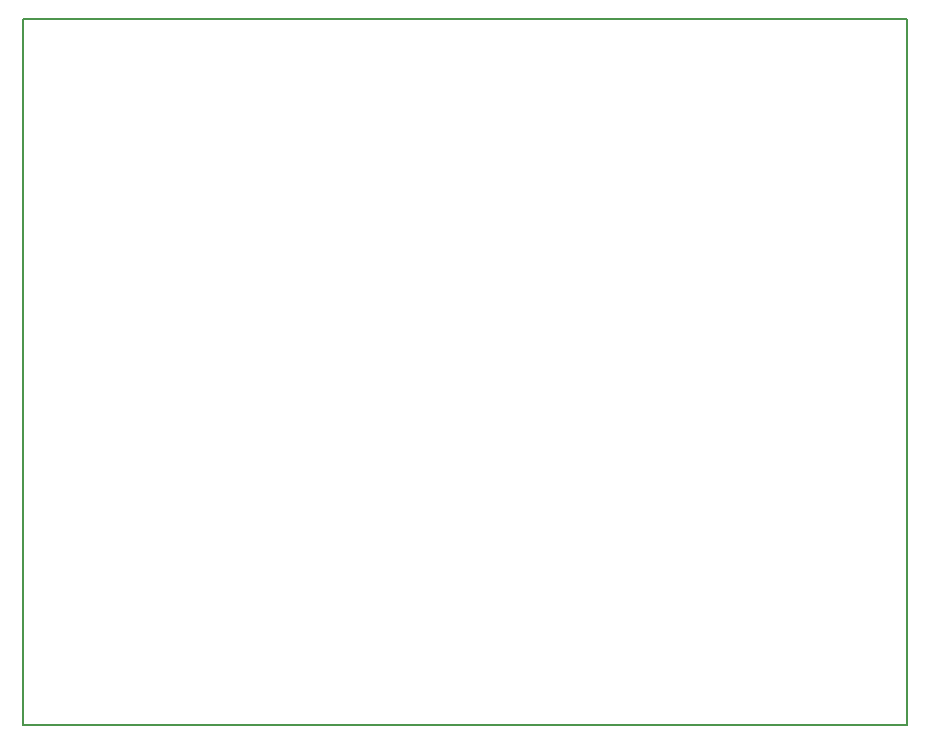
<source format=gm1>
G04 MADE WITH FRITZING*
G04 WWW.FRITZING.ORG*
G04 DOUBLE SIDED*
G04 HOLES PLATED*
G04 CONTOUR ON CENTER OF CONTOUR VECTOR*
%ASAXBY*%
%FSLAX23Y23*%
%MOIN*%
%OFA0B0*%
%SFA1.0B1.0*%
%ADD10R,2.952760X2.362200*%
%ADD11C,0.008000*%
%ADD10C,0.008*%
%LNCONTOUR*%
G90*
G70*
G54D10*
G54D11*
X4Y2358D02*
X2949Y2358D01*
X2949Y4D01*
X4Y4D01*
X4Y2358D01*
D02*
G04 End of contour*
M02*
</source>
